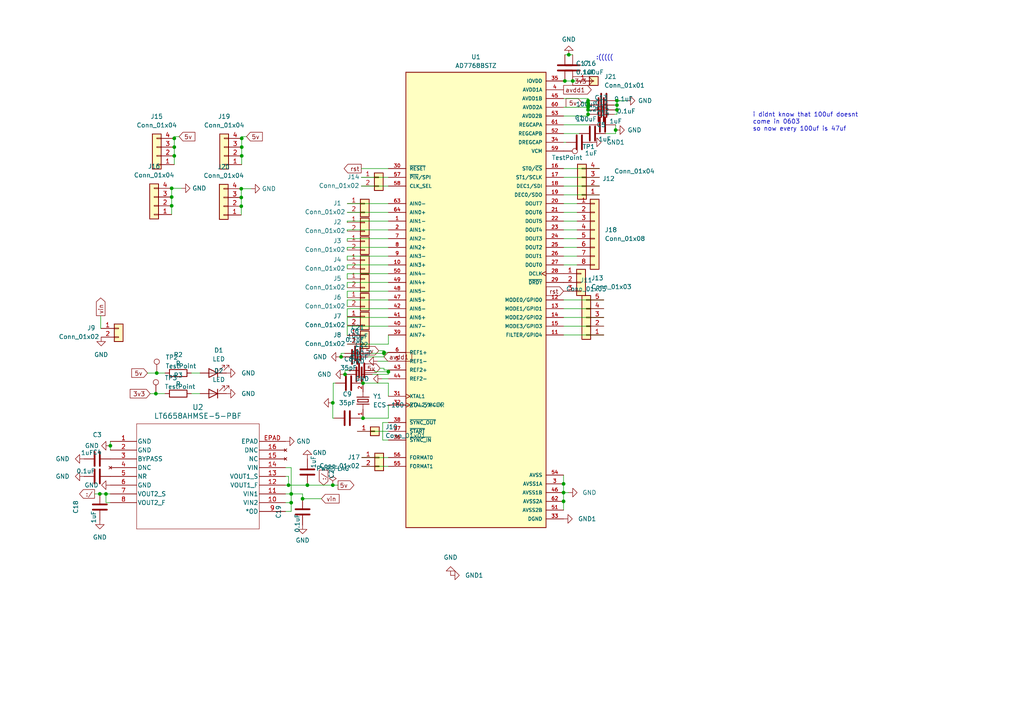
<source format=kicad_sch>
(kicad_sch (version 20230121) (generator eeschema)
  (paper "A4")
  (lib_symbols
    (symbol "Connector:TestPoint" (pin_numbers hide) (pin_names (offset 0.762) hide)
      (property "Reference" "TP" (at 0 6.858 0))
      (property "Value" "TestPoint" (at 0 5.08 0))
      (symbol "TestPoint_0_1"
        (circle (center 0 3.302) (radius 0.762))
      )
      (symbol "TestPoint_1_1"
        (pin passive line (at 0 0 90) (length 2.54) (name "1") (number "1"))
      )
    )
    (symbol "Connector_Generic:Conn_01x01" (pin_names (offset 1.016) hide)
      (property "Reference" "J" (at 0 2.54 0))
      (property "Value" "Conn_01x01" (at 0 -2.54 0))
      (symbol "Conn_01x01_1_1"
        (rectangle (start -1.27 0.127) (end 0 -0.127) (stroke (width 0.1524)))
        (rectangle (start -1.27 1.27) (end 1.27 -1.27) (stroke (width 0.254)) (fill (type background)))
        (pin passive line (at -5.08 0 0) (length 3.81) (name "Pin_1") (number "1"))
      )
    )
    (symbol "Connector_Generic:Conn_01x02" (pin_names (offset 1.016) hide)
      (property "Reference" "J" (at 0 2.54 0))
      (property "Value" "Conn_01x02" (at 0 -5.08 0))
      (symbol "Conn_01x02_1_1"
        (rectangle (start -1.27 -2.413) (end 0 -2.667) (stroke (width 0.1524)))
        (rectangle (start -1.27 0.127) (end 0 -0.127) (stroke (width 0.1524)))
        (rectangle (start -1.27 1.27) (end 1.27 -3.81) (stroke (width 0.254)) (fill (type background)))
        (pin passive line (at -5.08 0 0) (length 3.81) (name "Pin_1") (number "1"))
        (pin passive line (at -5.08 -2.54 0) (length 3.81) (name "Pin_2") (number "2"))
      )
    )
    (symbol "Connector_Generic:Conn_01x03" (pin_names (offset 1.016) hide)
      (property "Reference" "J" (at 0 5.08 0))
      (property "Value" "Conn_01x03" (at 0 -5.08 0))
      (symbol "Conn_01x03_1_1"
        (rectangle (start -1.27 -2.413) (end 0 -2.667) (stroke (width 0.1524)))
        (rectangle (start -1.27 0.127) (end 0 -0.127) (stroke (width 0.1524)))
        (rectangle (start -1.27 2.667) (end 0 2.413) (stroke (width 0.1524)))
        (rectangle (start -1.27 3.81) (end 1.27 -3.81) (stroke (width 0.254)) (fill (type background)))
        (pin passive line (at -5.08 2.54 0) (length 3.81) (name "Pin_1") (number "1"))
        (pin passive line (at -5.08 0 0) (length 3.81) (name "Pin_2") (number "2"))
        (pin passive line (at -5.08 -2.54 0) (length 3.81) (name "Pin_3") (number "3"))
      )
    )
    (symbol "Connector_Generic:Conn_01x04" (pin_names (offset 1.016) hide)
      (property "Reference" "J" (at 0 5.08 0))
      (property "Value" "Conn_01x04" (at 0 -7.62 0))
      (symbol "Conn_01x04_1_1"
        (rectangle (start -1.27 -4.953) (end 0 -5.207) (stroke (width 0.1524)))
        (rectangle (start -1.27 -2.413) (end 0 -2.667) (stroke (width 0.1524)))
        (rectangle (start -1.27 0.127) (end 0 -0.127) (stroke (width 0.1524)))
        (rectangle (start -1.27 2.667) (end 0 2.413) (stroke (width 0.1524)))
        (rectangle (start -1.27 3.81) (end 1.27 -6.35) (stroke (width 0.254)) (fill (type background)))
        (pin passive line (at -5.08 2.54 0) (length 3.81) (name "Pin_1") (number "1"))
        (pin passive line (at -5.08 0 0) (length 3.81) (name "Pin_2") (number "2"))
        (pin passive line (at -5.08 -2.54 0) (length 3.81) (name "Pin_3") (number "3"))
        (pin passive line (at -5.08 -5.08 0) (length 3.81) (name "Pin_4") (number "4"))
      )
    )
    (symbol "Connector_Generic:Conn_01x05" (pin_names (offset 1.016) hide)
      (property "Reference" "J" (at 0 7.62 0))
      (property "Value" "Conn_01x05" (at 0 -7.62 0))
      (symbol "Conn_01x05_1_1"
        (rectangle (start -1.27 -4.953) (end 0 -5.207) (stroke (width 0.1524)))
        (rectangle (start -1.27 -2.413) (end 0 -2.667) (stroke (width 0.1524)))
        (rectangle (start -1.27 0.127) (end 0 -0.127) (stroke (width 0.1524)))
        (rectangle (start -1.27 2.667) (end 0 2.413) (stroke (width 0.1524)))
        (rectangle (start -1.27 5.207) (end 0 4.953) (stroke (width 0.1524)))
        (rectangle (start -1.27 6.35) (end 1.27 -6.35) (stroke (width 0.254)) (fill (type background)))
        (pin passive line (at -5.08 5.08 0) (length 3.81) (name "Pin_1") (number "1"))
        (pin passive line (at -5.08 2.54 0) (length 3.81) (name "Pin_2") (number "2"))
        (pin passive line (at -5.08 0 0) (length 3.81) (name "Pin_3") (number "3"))
        (pin passive line (at -5.08 -2.54 0) (length 3.81) (name "Pin_4") (number "4"))
        (pin passive line (at -5.08 -5.08 0) (length 3.81) (name "Pin_5") (number "5"))
      )
    )
    (symbol "Connector_Generic:Conn_01x08" (pin_names (offset 1.016) hide)
      (property "Reference" "J" (at 0 10.16 0))
      (property "Value" "Conn_01x08" (at 0 -12.7 0))
      (symbol "Conn_01x08_1_1"
        (rectangle (start -1.27 -10.033) (end 0 -10.287) (stroke (width 0.1524)))
        (rectangle (start -1.27 -7.493) (end 0 -7.747) (stroke (width 0.1524)))
        (rectangle (start -1.27 -4.953) (end 0 -5.207) (stroke (width 0.1524)))
        (rectangle (start -1.27 -2.413) (end 0 -2.667) (stroke (width 0.1524)))
        (rectangle (start -1.27 0.127) (end 0 -0.127) (stroke (width 0.1524)))
        (rectangle (start -1.27 2.667) (end 0 2.413) (stroke (width 0.1524)))
        (rectangle (start -1.27 5.207) (end 0 4.953) (stroke (width 0.1524)))
        (rectangle (start -1.27 7.747) (end 0 7.493) (stroke (width 0.1524)))
        (rectangle (start -1.27 8.89) (end 1.27 -11.43) (stroke (width 0.254)) (fill (type background)))
        (pin passive line (at -5.08 7.62 0) (length 3.81) (name "Pin_1") (number "1"))
        (pin passive line (at -5.08 5.08 0) (length 3.81) (name "Pin_2") (number "2"))
        (pin passive line (at -5.08 2.54 0) (length 3.81) (name "Pin_3") (number "3"))
        (pin passive line (at -5.08 0 0) (length 3.81) (name "Pin_4") (number "4"))
        (pin passive line (at -5.08 -2.54 0) (length 3.81) (name "Pin_5") (number "5"))
        (pin passive line (at -5.08 -5.08 0) (length 3.81) (name "Pin_6") (number "6"))
        (pin passive line (at -5.08 -7.62 0) (length 3.81) (name "Pin_7") (number "7"))
        (pin passive line (at -5.08 -10.16 0) (length 3.81) (name "Pin_8") (number "8"))
      )
    )
    (symbol "Device:C" (pin_numbers hide) (pin_names (offset 0.254))
      (property "Reference" "C" (at 0.635 2.54 0))
      (property "Value" "C" (at 0.635 -2.54 0))
      (symbol "C_0_1"
        (polyline (pts (xy -2.032 -0.762) (xy 2.032 -0.762)) (stroke (width 0.508)))
        (polyline (pts (xy -2.032 0.762) (xy 2.032 0.762)) (stroke (width 0.508)))
      )
      (symbol "C_1_1"
        (pin passive line (at 0 3.81 270) (length 2.794) (name "~") (number "1"))
        (pin passive line (at 0 -3.81 90) (length 2.794) (name "~") (number "2"))
      )
    )
    (symbol "Device:LED" (pin_numbers hide) (pin_names (offset 1.016) hide)
      (property "Reference" "D" (at 0 2.54 0))
      (property "Value" "LED" (at 0 -2.54 0))
      (symbol "LED_0_1"
        (polyline (pts (xy -1.27 -1.27) (xy -1.27 1.27)) (stroke (width 0.254)))
        (polyline (pts (xy -1.27 0) (xy 1.27 0)))
        (polyline (pts (xy 1.27 -1.27) (xy 1.27 1.27) (xy -1.27 0) (xy 1.27 -1.27)) (stroke (width 0.254)))
        (polyline (pts (xy -3.048 -0.762) (xy -4.572 -2.286) (xy -3.81 -2.286) (xy -4.572 -2.286) (xy -4.572 -1.524)))
        (polyline (pts (xy -1.778 -0.762) (xy -3.302 -2.286) (xy -2.54 -2.286) (xy -3.302 -2.286) (xy -3.302 -1.524)))
      )
      (symbol "LED_1_1"
        (pin passive line (at -3.81 0 0) (length 2.54) (name "K") (number "1"))
        (pin passive line (at 3.81 0 180) (length 2.54) (name "A") (number "2"))
      )
    )
    (symbol "Device:R" (pin_numbers hide) (pin_names (offset 0))
      (property "Reference" "R" (at 2.032 0 90))
      (property "Value" "R" (at 0 0 90))
      (symbol "R_0_1"
        (rectangle (start -1.016 -2.54) (end 1.016 2.54) (stroke (width 0.254)))
      )
      (symbol "R_1_1"
        (pin passive line (at 0 3.81 270) (length 1.27) (name "~") (number "1"))
        (pin passive line (at 0 -3.81 90) (length 1.27) (name "~") (number "2"))
      )
    )
    (symbol "mainbox:AD7768BSTZ" (pin_names (offset 1.016))
      (property "Reference" "U" (at -20.32 68.58 0))
      (property "Value" "AD7768BSTZ" (at -20.32 -68.58 0))
      (symbol "AD7768BSTZ_0_0"
        (rectangle (start -20.32 -66.04) (end 20.32 66.04) (stroke (width 0.254)) (fill (type background)))
        (pin input line (at -25.4 22.86 0) (length 5.08) (name "AIN1-") (number "1"))
        (pin input line (at -25.4 10.16 0) (length 5.08) (name "AIN3+") (number "10"))
        (pin bidirectional line (at 25.4 -10.16 180) (length 5.08) (name "FILTER/GPIO4") (number "11"))
        (pin bidirectional line (at 25.4 0 180) (length 5.08) (name "MODE0/GPIO0") (number "12"))
        (pin bidirectional line (at 25.4 -2.54 180) (length 5.08) (name "MODE1/GPIO1") (number "13"))
        (pin bidirectional line (at 25.4 -5.08 180) (length 5.08) (name "MODE2/GPIO2") (number "14"))
        (pin bidirectional line (at 25.4 -7.62 180) (length 5.08) (name "MODE3/GPIO3") (number "15"))
        (pin input line (at 25.4 38.1 180) (length 5.08) (name "ST0/~{CS}") (number "16"))
        (pin input line (at 25.4 35.56 180) (length 5.08) (name "ST1/SCLK") (number "17"))
        (pin input line (at 25.4 33.02 180) (length 5.08) (name "DEC1/SDI") (number "18"))
        (pin bidirectional line (at 25.4 30.48 180) (length 5.08) (name "DEC0/SDO") (number "19"))
        (pin input line (at -25.4 20.32 0) (length 5.08) (name "AIN1+") (number "2"))
        (pin bidirectional line (at 25.4 27.94 180) (length 5.08) (name "DOUT7") (number "20"))
        (pin bidirectional line (at 25.4 25.4 180) (length 5.08) (name "DOUT6") (number "21"))
        (pin output line (at 25.4 22.86 180) (length 5.08) (name "DOUT5") (number "22"))
        (pin output line (at 25.4 20.32 180) (length 5.08) (name "DOUT4") (number "23"))
        (pin output line (at 25.4 17.78 180) (length 5.08) (name "DOUT3") (number "24"))
        (pin output line (at 25.4 15.24 180) (length 5.08) (name "DOUT2") (number "25"))
        (pin output line (at 25.4 12.7 180) (length 5.08) (name "DOUT1") (number "26"))
        (pin output line (at 25.4 10.16 180) (length 5.08) (name "DOUT0") (number "27"))
        (pin output clock (at 25.4 7.62 180) (length 5.08) (name "DCLK") (number "28"))
        (pin output line (at 25.4 5.08 180) (length 5.08) (name "~{DRDY}") (number "29"))
        (pin power_in line (at 25.4 -53.34 180) (length 5.08) (name "AVSS1A") (number "3"))
        (pin input line (at -25.4 38.1 0) (length 5.08) (name "~{RESET}") (number "30"))
        (pin input clock (at -25.4 -27.94 0) (length 5.08) (name "XTAL1") (number "31"))
        (pin input clock (at -25.4 -30.48 0) (length 5.08) (name "XTAL2/MCLK") (number "32"))
        (pin power_in line (at 25.4 -63.5 180) (length 5.08) (name "DGND") (number "33"))
        (pin power_in line (at 25.4 45.72 180) (length 5.08) (name "DREGCAP") (number "34"))
        (pin power_in line (at 25.4 63.5 180) (length 5.08) (name "IOVDD") (number "35"))
        (pin input line (at -25.4 -40.64 0) (length 5.08) (name "~{SYNC_IN}") (number "36"))
        (pin input line (at -25.4 -38.1 0) (length 5.08) (name "~{START}") (number "37"))
        (pin output line (at -25.4 -35.56 0) (length 5.08) (name "~{SYNC_OUT}") (number "38"))
        (pin input line (at -25.4 -10.16 0) (length 5.08) (name "AIN7+") (number "39"))
        (pin power_in line (at 25.4 60.96 180) (length 5.08) (name "AVDD1A") (number "4"))
        (pin input line (at -25.4 -7.62 0) (length 5.08) (name "AIN7-") (number "40"))
        (pin input line (at -25.4 -5.08 0) (length 5.08) (name "AIN6+") (number "41"))
        (pin input line (at -25.4 -2.54 0) (length 5.08) (name "AIN6-") (number "42"))
        (pin input line (at -25.4 -20.32 0) (length 5.08) (name "REF2+") (number "43"))
        (pin input line (at -25.4 -22.86 0) (length 5.08) (name "REF2-") (number "44"))
        (pin power_in line (at 25.4 58.42 180) (length 5.08) (name "AVDD1B") (number "45"))
        (pin power_in line (at 25.4 -55.88 180) (length 5.08) (name "AVSS1B") (number "46"))
        (pin input line (at -25.4 0 0) (length 5.08) (name "AIN5+") (number "47"))
        (pin input line (at -25.4 2.54 0) (length 5.08) (name "AIN5-") (number "48"))
        (pin input line (at -25.4 5.08 0) (length 5.08) (name "AIN4+") (number "49"))
        (pin input line (at -25.4 -17.78 0) (length 5.08) (name "REF1-") (number "5"))
        (pin input line (at -25.4 7.62 0) (length 5.08) (name "AIN4-") (number "50"))
        (pin power_in line (at 25.4 -60.96 180) (length 5.08) (name "AVSS2B") (number "51"))
        (pin power_in line (at 25.4 48.26 180) (length 5.08) (name "REGCAPB") (number "52"))
        (pin power_in line (at 25.4 53.34 180) (length 5.08) (name "AVDD2B") (number "53"))
        (pin power_in line (at 25.4 -50.8 180) (length 5.08) (name "AVSS") (number "54"))
        (pin input line (at -25.4 -48.26 0) (length 5.08) (name "FORMAT1") (number "55"))
        (pin input line (at -25.4 -45.72 0) (length 5.08) (name "FORMAT0") (number "56"))
        (pin input line (at -25.4 35.56 0) (length 5.08) (name "~{PIN}/SPI") (number "57"))
        (pin input line (at -25.4 33.02 0) (length 5.08) (name "CLK_SEL") (number "58"))
        (pin power_in line (at 25.4 43.18 180) (length 5.08) (name "VCM") (number "59"))
        (pin input line (at -25.4 -15.24 0) (length 5.08) (name "REF1+") (number "6"))
        (pin power_in line (at 25.4 55.88 180) (length 5.08) (name "AVDD2A") (number "60"))
        (pin power_in line (at 25.4 50.8 180) (length 5.08) (name "REGCAPA") (number "61"))
        (pin power_in line (at 25.4 -58.42 180) (length 5.08) (name "AVSS2A") (number "62"))
        (pin input line (at -25.4 27.94 0) (length 5.08) (name "AIN0-") (number "63"))
        (pin input line (at -25.4 25.4 0) (length 5.08) (name "AIN0+") (number "64"))
        (pin input line (at -25.4 17.78 0) (length 5.08) (name "AIN2-") (number "7"))
        (pin input line (at -25.4 15.24 0) (length 5.08) (name "AIN2+") (number "8"))
        (pin input line (at -25.4 12.7 0) (length 5.08) (name "AIN3-") (number "9"))
      )
    )
    (symbol "mainbox:ECS-160-20-3X-TR" (pin_names (offset 1.016))
      (property "Reference" "Y" (at -5.0952 2.5476 0))
      (property "Value" "ECS-160-20-3X-TR" (at -5.0914 -3.8186 0))
      (symbol "ECS-160-20-3X-TR_0_0"
        (polyline (pts (xy -2.54 0) (xy -1.016 0)) (stroke (width 0.1524)))
        (polyline (pts (xy -1.016 1.778) (xy -1.016 -1.778)) (stroke (width 0.254)))
        (polyline (pts (xy -0.381 -1.524) (xy 0.381 -1.524)) (stroke (width 0.254)))
        (polyline (pts (xy -0.381 1.524) (xy -0.381 -1.524)) (stroke (width 0.254)))
        (polyline (pts (xy 0.381 -1.524) (xy 0.381 1.524)) (stroke (width 0.254)))
        (polyline (pts (xy 0.381 1.524) (xy -0.381 1.524)) (stroke (width 0.254)))
        (polyline (pts (xy 1.016 0) (xy 2.54 0)) (stroke (width 0.1524)))
        (polyline (pts (xy 1.016 1.778) (xy 1.016 -1.778)) (stroke (width 0.254)))
        (pin passive line (at -5.08 0 0) (length 2.54) (name "~") (number "1"))
        (pin passive line (at 5.08 0 180) (length 2.54) (name "~") (number "2"))
      )
    )
    (symbol "mainbox:LT6658AHMSE-5-PBF" (pin_names (offset 0.254))
      (property "Reference" "U" (at 25.4 10.16 0))
      (property "Value" "LT6658AHMSE-5-PBF" (at 25.4 7.62 0))
      (symbol "LT6658AHMSE-5-PBF_0_1"
        (polyline (pts (xy 7.62 -25.4) (xy 43.18 -25.4)) (stroke (width 0.127)))
        (polyline (pts (xy 7.62 5.08) (xy 7.62 -25.4)) (stroke (width 0.127)))
        (polyline (pts (xy 43.18 -25.4) (xy 43.18 5.08)) (stroke (width 0.127)))
        (polyline (pts (xy 43.18 5.08) (xy 7.62 5.08)) (stroke (width 0.127)))
        (pin power_in line (at 0 0 0) (length 7.62) (name "GND") (number "1"))
        (pin input line (at 50.8 -17.78 180) (length 7.62) (name "VIN2") (number "10"))
        (pin input line (at 50.8 -15.24 180) (length 7.62) (name "VIN1") (number "11"))
        (pin output line (at 50.8 -12.7 180) (length 7.62) (name "VOUT1_F") (number "12"))
        (pin output line (at 50.8 -10.16 180) (length 7.62) (name "VOUT1_S") (number "13"))
        (pin input line (at 50.8 -7.62 180) (length 7.62) (name "VIN") (number "14"))
        (pin no_connect line (at 50.8 -5.08 180) (length 7.62) (name "NC") (number "15"))
        (pin no_connect line (at 50.8 -2.54 180) (length 7.62) (name "DNC") (number "16"))
        (pin power_in line (at 0 -2.54 0) (length 7.62) (name "GND") (number "2"))
        (pin unspecified line (at 0 -5.08 0) (length 7.62) (name "BYPASS") (number "3"))
        (pin no_connect line (at 0 -7.62 0) (length 7.62) (name "DNC") (number "4"))
        (pin unspecified line (at 0 -10.16 0) (length 7.62) (name "NR") (number "5"))
        (pin power_in line (at 0 -12.7 0) (length 7.62) (name "GND") (number "6"))
        (pin output line (at 0 -15.24 0) (length 7.62) (name "VOUT2_S") (number "7"))
        (pin output line (at 0 -17.78 0) (length 7.62) (name "VOUT2_F") (number "8"))
        (pin output line (at 50.8 -20.32 180) (length 7.62) (name "*OD") (number "9"))
        (pin unspecified line (at 50.8 0 180) (length 7.62) (name "EPAD") (number "EPAD"))
      )
    )
    (symbol "power:GND" (power) (pin_names (offset 0))
      (property "Value" "GND" (at 0 -3.81 0))
      (symbol "GND_0_1"
        (polyline (pts (xy 0 0) (xy 0 -1.27) (xy 1.27 -1.27) (xy 0 -2.54) (xy -1.27 -1.27) (xy 0 -1.27)))
      )
      (symbol "GND_1_1"
        (pin power_in line (at 0 0 270) (length 0) hide (name "GND") (number "1"))
      )
    )
    (symbol "power:GND1" (power) (pin_names (offset 0))
      (property "Value" "GND1" (at 0 -3.81 0))
      (symbol "GND1_0_1"
        (polyline (pts (xy 0 0) (xy 0 -1.27) (xy 1.27 -1.27) (xy 0 -2.54) (xy -1.27 -1.27) (xy 0 -1.27)))
      )
      (symbol "GND1_1_1"
        (pin power_in line (at 0 0 270) (length 0) hide (name "GND1") (number "1"))
      )
    )
    (symbol "power:PWR_FLAG" (power) (pin_numbers hide) (pin_names (offset 0) hide)
      (property "Value" "PWR_FLAG" (at 0 3.81 0))
      (symbol "PWR_FLAG_0_0"
        (pin power_out line (at 0 0 90) (length 0) (name "pwr") (number "1"))
      )
      (symbol "PWR_FLAG_0_1"
        (polyline (pts (xy 0 0) (xy 0 1.27) (xy -1.016 1.905) (xy 0 2.54) (xy 1.016 1.905) (xy 0 1.27)))
      )
    )
  )
  (junction (at 28.956 143.256))
  (junction (at 163.449 145.415))
  (junction (at 178.943 30.48))
  (junction (at 178.562 37.719))
  (junction (at 83.693 140.716))
  (junction (at 84.455 145.796))
  (junction (at 50.546 40.132))
  (junction (at 45.212 114.173))
  (junction (at 163.83 23.495))
  (junction (at 164.973 15.875))
  (junction (at 50.546 45.212))
  (junction (at 30.734 143.256))
  (junction (at 178.943 29.21))
  (junction (at 112.649 107.823))
  (junction (at 50.546 42.672))
  (junction (at 178.943 31.877))
  (junction (at 170.561 29.845))
  (junction (at 69.977 57.277))
  (junction (at 170.561 31.877))
  (junction (at 69.977 59.817))
  (junction (at 87.757 144.653))
  (junction (at 84.455 143.256))
  (junction (at 49.784 54.61))
  (junction (at 170.561 30.48))
  (junction (at 105.283 121.285))
  (junction (at 163.449 142.875))
  (junction (at 32.004 129.286))
  (junction (at 98.933 103.505))
  (junction (at 170.561 29.21))
  (junction (at 111.379 102.235))
  (junction (at 170.561 33.147))
  (junction (at 49.784 59.69))
  (junction (at 111.379 102.489))
  (junction (at 166.116 23.495))
  (junction (at 70.104 40.132))
  (junction (at 105.283 111.125))
  (junction (at 96.52 116.84))
  (junction (at 70.104 42.672))
  (junction (at 45.466 108.204))
  (junction (at 69.977 54.737))
  (junction (at 170.561 31.115))
  (junction (at 49.784 57.15))
  (junction (at 163.449 140.335))
  (junction (at 89.154 140.716))
  (junction (at 70.104 45.212))
  (junction (at 96.52 140.716))
  (junction (at 100.076 108.585))
  (wire (pts (xy 173.863 56.515) (xy 163.449 56.515)))
  (wire (pts (xy 178.562 38.735) (xy 178.562 37.719)))
  (wire (pts (xy 96.52 116.84) (xy 96.52 121.285)))
  (wire (pts (xy 168.783 29.845) (xy 170.561 29.845)))
  (wire (pts (xy 104.902 132.715) (xy 112.649 132.715)))
  (wire (pts (xy 112.649 84.455) (xy 100.711 84.455)))
  (wire (pts (xy 100.711 79.375) (xy 100.711 80.899)))
  (wire (pts (xy 112.649 99.822) (xy 112.649 97.155)))
  (wire (pts (xy 109.855 101.727) (xy 111.379 101.727)))
  (wire (pts (xy 30.734 143.256) (xy 32.004 143.256)))
  (wire (pts (xy 112.649 108.585) (xy 112.649 107.823)))
  (wire (pts (xy 170.561 31.115) (xy 163.449 31.115)))
  (wire (pts (xy 100.711 81.915) (xy 100.711 83.439)))
  (wire (pts (xy 163.449 140.335) (xy 163.449 142.875)))
  (wire (pts (xy 100.711 66.675) (xy 100.711 67.056)))
  (wire (pts (xy 100.711 59.055) (xy 112.649 59.055)))
  (wire (pts (xy 178.943 31.877) (xy 178.943 33.147)))
  (wire (pts (xy 163.449 137.795) (xy 163.449 140.335)))
  (wire (pts (xy 163.449 142.875) (xy 163.449 145.415)))
  (wire (pts (xy 84.455 148.336) (xy 82.804 148.336)))
  (wire (pts (xy 112.649 69.215) (xy 100.711 69.215)))
  (wire (pts (xy 82.804 140.716) (xy 83.693 140.716)))
  (wire (pts (xy 163.449 28.575) (xy 170.561 28.575)))
  (wire (pts (xy 100.711 94.361) (xy 100.711 92.075)))
  (wire (pts (xy 96.647 116.84) (xy 96.52 116.84)))
  (wire (pts (xy 170.561 31.877) (xy 170.561 33.147)))
  (wire (pts (xy 163.83 15.875) (xy 164.973 15.875)))
  (wire (pts (xy 84.455 135.636) (xy 82.804 135.636)))
  (wire (pts (xy 30.734 145.796) (xy 30.734 143.256)))
  (wire (pts (xy 101.092 107.442) (xy 100.076 107.442)))
  (wire (pts (xy 49.784 54.61) (xy 52.578 54.61)))
  (wire (pts (xy 112.649 79.375) (xy 100.711 79.375)))
  (wire (pts (xy 112.649 81.915) (xy 100.711 81.915)))
  (wire (pts (xy 69.977 57.277) (xy 69.977 59.817)))
  (wire (pts (xy 164.973 15.875) (xy 166.116 15.875)))
  (wire (pts (xy 100.711 99.822) (xy 112.649 99.822)))
  (wire (pts (xy 49.784 59.69) (xy 49.784 62.23)))
  (wire (pts (xy 166.116 23.495) (xy 163.83 23.495)))
  (wire (pts (xy 58.039 114.173) (xy 55.499 114.173)))
  (wire (pts (xy 170.561 29.21) (xy 171.323 29.21)))
  (wire (pts (xy 178.943 29.21) (xy 181.61 29.21)))
  (wire (pts (xy 87.757 144.653) (xy 93.218 144.653)))
  (wire (pts (xy 111.379 106.807) (xy 111.379 107.315)))
  (wire (pts (xy 69.977 54.737) (xy 69.977 57.277)))
  (wire (pts (xy 84.455 145.796) (xy 84.455 143.256)))
  (wire (pts (xy 70.104 40.132) (xy 70.104 39.624)))
  (wire (pts (xy 112.649 89.535) (xy 100.711 89.535)))
  (wire (pts (xy 107.95 108.585) (xy 112.649 108.585)))
  (wire (pts (xy 104.775 53.975) (xy 112.649 53.975)))
  (wire (pts (xy 50.546 40.132) (xy 50.546 39.624)))
  (wire (pts (xy 111.379 102.235) (xy 112.649 102.235)))
  (wire (pts (xy 112.649 71.755) (xy 100.711 71.755)))
  (wire (pts (xy 98.933 102.489) (xy 98.933 103.505)))
  (wire (pts (xy 98.679 103.505) (xy 98.933 103.505)))
  (wire (pts (xy 100.711 94.615) (xy 100.711 97.282)))
  (wire (pts (xy 83.693 138.176) (xy 83.693 140.716)))
  (wire (pts (xy 70.104 39.624) (xy 71.501 39.624)))
  (wire (pts (xy 104.775 48.895) (xy 112.649 48.895)))
  (wire (pts (xy 49.784 57.15) (xy 49.784 59.69)))
  (wire (pts (xy 45.212 114.173) (xy 47.879 114.173)))
  (wire (pts (xy 173.863 53.975) (xy 163.449 53.975)))
  (wire (pts (xy 100.711 64.135) (xy 100.711 64.516)))
  (wire (pts (xy 112.649 74.295) (xy 100.711 74.295)))
  (wire (pts (xy 50.546 42.672) (xy 50.546 45.212)))
  (wire (pts (xy 112.649 86.995) (xy 100.711 86.995)))
  (wire (pts (xy 42.799 108.204) (xy 45.466 108.204)))
  (wire (pts (xy 43.561 114.173) (xy 45.212 114.173)))
  (wire (pts (xy 170.561 28.575) (xy 170.561 29.21)))
  (wire (pts (xy 112.649 107.823) (xy 112.649 107.315)))
  (wire (pts (xy 107.569 102.489) (xy 111.379 102.489)))
  (wire (pts (xy 110.998 122.555) (xy 112.649 122.555)))
  (wire (pts (xy 87.757 143.256) (xy 87.757 144.653)))
  (wire (pts (xy 170.561 33.147) (xy 170.561 33.655)))
  (wire (pts (xy 163.449 89.535) (xy 175.133 89.535)))
  (wire (pts (xy 163.449 142.875) (xy 164.846 142.875)))
  (wire (pts (xy 167.386 76.835) (xy 163.449 76.835)))
  (wire (pts (xy 170.561 31.115) (xy 170.561 31.877)))
  (wire (pts (xy 112.649 64.135) (xy 100.711 64.135)))
  (wire (pts (xy 163.449 94.615) (xy 175.133 94.615)))
  (wire (pts (xy 96.647 111.125) (xy 96.647 116.84)))
  (wire (pts (xy 167.386 64.135) (xy 163.449 64.135)))
  (wire (pts (xy 104.775 51.435) (xy 112.649 51.435)))
  (wire (pts (xy 110.871 109.855) (xy 112.649 109.855)))
  (wire (pts (xy 104.521 121.285) (xy 105.283 121.285)))
  (wire (pts (xy 170.561 29.21) (xy 170.561 29.845)))
  (wire (pts (xy 173.863 51.435) (xy 163.449 51.435)))
  (wire (pts (xy 27.432 143.256) (xy 28.956 143.256)))
  (wire (pts (xy 112.649 127.635) (xy 110.998 127.635)))
  (wire (pts (xy 29.337 95.25) (xy 29.21 95.25)))
  (wire (pts (xy 100.711 84.455) (xy 100.711 86.36)))
  (wire (pts (xy 167.386 71.755) (xy 163.449 71.755)))
  (wire (pts (xy 178.943 30.48) (xy 178.943 31.877)))
  (wire (pts (xy 70.104 45.212) (xy 70.104 47.752)))
  (wire (pts (xy 96.647 111.125) (xy 97.282 111.125)))
  (wire (pts (xy 55.499 108.204) (xy 58.039 108.204)))
  (wire (pts (xy 84.455 143.256) (xy 82.804 143.256)))
  (wire (pts (xy 82.804 138.176) (xy 83.693 138.176)))
  (wire (pts (xy 105.283 111.125) (xy 112.649 111.125)))
  (wire (pts (xy 89.154 140.716) (xy 96.52 140.716)))
  (wire (pts (xy 50.546 45.212) (xy 50.546 47.752)))
  (wire (pts (xy 49.784 54.61) (xy 49.784 57.15)))
  (wire (pts (xy 100.711 71.755) (xy 100.711 72.517)))
  (wire (pts (xy 111.379 101.727) (xy 111.379 102.235)))
  (wire (pts (xy 111.379 107.315) (xy 112.649 107.315)))
  (wire (pts (xy 112.649 94.615) (xy 100.711 94.615)))
  (wire (pts (xy 112.649 121.285) (xy 112.649 117.475)))
  (wire (pts (xy 167.386 61.595) (xy 163.449 61.595)))
  (wire (pts (xy 100.711 74.295) (xy 100.711 75.438)))
  (wire (pts (xy 164.211 41.275) (xy 163.449 41.275)))
  (wire (pts (xy 168.021 38.735) (xy 163.449 38.735)))
  (wire (pts (xy 50.546 39.624) (xy 51.943 39.624)))
  (wire (pts (xy 84.455 143.256) (xy 84.455 135.636)))
  (wire (pts (xy 163.449 145.415) (xy 163.449 147.955)))
  (wire (pts (xy 105.283 121.285) (xy 112.649 121.285)))
  (wire (pts (xy 163.449 97.155) (xy 175.133 97.155)))
  (wire (pts (xy 99.949 108.585) (xy 100.076 108.585)))
  (wire (pts (xy 99.949 102.489) (xy 98.933 102.489)))
  (wire (pts (xy 70.104 40.132) (xy 70.104 42.672)))
  (wire (pts (xy 98.933 103.505) (xy 99.06 103.505)))
  (wire (pts (xy 170.942 36.195) (xy 163.449 36.195)))
  (wire (pts (xy 32.004 145.796) (xy 30.734 145.796)))
  (wire (pts (xy 108.712 107.823) (xy 108.712 107.442)))
  (wire (pts (xy 110.998 127.635) (xy 110.998 122.555)))
  (wire (pts (xy 178.181 30.48) (xy 178.943 30.48)))
  (wire (pts (xy 112.649 107.823) (xy 108.712 107.823)))
  (wire (pts (xy 69.977 59.817) (xy 69.977 62.357)))
  (wire (pts (xy 100.711 86.995) (xy 100.711 88.9)))
  (wire (pts (xy 112.649 76.835) (xy 100.711 76.835)))
  (wire (pts (xy 170.561 33.655) (xy 163.449 33.655)))
  (wire (pts (xy 178.181 33.147) (xy 178.943 33.147)))
  (wire (pts (xy 112.649 66.675) (xy 100.711 66.675)))
  (wire (pts (xy 100.711 76.835) (xy 100.711 77.978)))
  (wire (pts (xy 70.104 42.672) (xy 70.104 45.212)))
  (wire (pts (xy 112.649 111.125) (xy 112.649 114.935)))
  (wire (pts (xy 96.52 140.716) (xy 98.044 140.716)))
  (wire (pts (xy 167.386 69.215) (xy 163.449 69.215)))
  (wire (pts (xy 163.83 23.495) (xy 163.449 23.495)))
  (wire (pts (xy 167.386 66.675) (xy 163.449 66.675)))
  (wire (pts (xy 173.863 48.895) (xy 163.449 48.895)))
  (wire (pts (xy 32.004 129.286) (xy 32.004 130.556)))
  (wire (pts (xy 163.449 86.995) (xy 175.133 86.995)))
  (wire (pts (xy 96.52 121.285) (xy 96.901 121.285)))
  (wire (pts (xy 111.379 102.489) (xy 111.379 103.505)))
  (wire (pts (xy 32.004 128.016) (xy 32.004 129.286)))
  (wire (pts (xy 69.977 54.737) (xy 72.771 54.737)))
  (wire (pts (xy 178.562 37.719) (xy 178.562 36.195)))
  (wire (pts (xy 111.379 102.235) (xy 111.379 102.489)))
  (wire (pts (xy 45.466 108.204) (xy 47.879 108.204)))
  (wire (pts (xy 29.21 91.567) (xy 29.21 95.25)))
  (wire (pts (xy 84.455 148.336) (xy 84.455 145.796)))
  (wire (pts (xy 167.386 74.295) (xy 163.449 74.295)))
  (wire (pts (xy 83.693 140.716) (xy 89.154 140.716)))
  (wire (pts (xy 50.546 40.132) (xy 50.546 42.672)))
  (wire (pts (xy 100.711 69.215) (xy 100.711 69.977)))
  (wire (pts (xy 104.902 111.125) (xy 105.283 111.125)))
  (wire (pts (xy 100.076 107.442) (xy 100.076 108.585)))
  (wire (pts (xy 28.956 143.256) (xy 30.734 143.256)))
  (wire (pts (xy 100.076 108.585) (xy 100.33 108.585)))
  (wire (pts (xy 110.236 106.807) (xy 111.379 106.807)))
  (wire (pts (xy 167.386 59.055) (xy 163.449 59.055)))
  (wire (pts (xy 170.561 31.877) (xy 171.323 31.877)))
  (wire (pts (xy 175.641 38.735) (xy 178.562 38.735)))
  (wire (pts (xy 100.711 61.595) (xy 112.649 61.595)))
  (wire (pts (xy 163.449 92.075) (xy 175.133 92.075)))
  (wire (pts (xy 84.455 145.796) (xy 82.804 145.796)))
  (wire (pts (xy 104.902 135.255) (xy 112.649 135.255)))
  (wire (pts (xy 178.943 29.21) (xy 178.943 30.48)))
  (wire (pts (xy 106.68 103.505) (xy 111.379 103.505)))
  (wire (pts (xy 109.601 104.775) (xy 112.649 104.775)))
  (wire (pts (xy 170.561 29.845) (xy 170.561 30.48)))
  (wire (pts (xy 84.455 143.256) (xy 87.757 143.256)))
  (wire (pts (xy 170.561 30.48) (xy 170.561 31.115)))
  (wire (pts (xy 103.632 125.095) (xy 112.649 125.095)))
  (wire (pts (xy 100.711 89.535) (xy 100.711 91.821)))
  (wire (pts (xy 167.132 23.495) (xy 166.116 23.495)))
  (wire (pts (xy 100.711 92.075) (xy 112.649 92.075)))
  (text ":(((((" (at 172.847 17.526 0) (effects (font (size 1.27 1.27)) (justify left bottom)))
  (text "i didnt know that 100uf doesnt\ncome in 0603\nso now every 100uf is 47uf" (at 218.313 38.227 0) (effects (font (size 1.27 1.27)) (justify left bottom)))
  (global_label "5v" (shape input) (at 110.236 106.807 180) (property "Intersheetrefs" "${INTERSHEET_REFS}" (effects hide)))
  (global_label "avdd1" (shape output) (at 163.449 26.035 0) (property "Intersheetrefs" "${INTERSHEET_REFS}" (effects hide)))
  (global_label "5v" (shape input) (at 109.855 101.727 180) (property "Intersheetrefs" "${INTERSHEET_REFS}" (effects hide)))
  (global_label "5v" (shape input) (at 168.783 29.845 180) (property "Intersheetrefs" "${INTERSHEET_REFS}" (effects hide)))
  (global_label "5v" (shape input) (at 51.943 39.624 0) (property "Intersheetrefs" "${INTERSHEET_REFS}" (effects hide)))
  (global_label "vin" (shape input) (at 93.218 144.653 0) (property "Intersheetrefs" "${INTERSHEET_REFS}" (effects hide)))
  (global_label "rst" (shape input) (at 163.449 84.455 180) (property "Intersheetrefs" "${INTERSHEET_REFS}" (effects hide)))
  (global_label "5v" (shape input) (at 42.799 108.204 180) (property "Intersheetrefs" "${INTERSHEET_REFS}" (effects hide)))
  (global_label ":{slash}" (shape input) (at 93.853 140.716 90) (property "Intersheetrefs" "${INTERSHEET_REFS}" (effects hide)))
  (global_label ":{slash}" (shape output) (at 27.432 143.256 180) (property "Intersheetrefs" "${INTERSHEET_REFS}" (effects hide)))
  (global_label "vin" (shape output) (at 29.21 91.567 90) (property "Intersheetrefs" "${INTERSHEET_REFS}" (effects hide)))
  (global_label "3v3" (shape output) (at 166.116 23.495 0) (property "Intersheetrefs" "${INTERSHEET_REFS}" (effects hide)))
  (global_label "rst" (shape output) (at 104.775 48.895 180) (property "Intersheetrefs" "${INTERSHEET_REFS}" (effects hide)))
  (global_label "5v" (shape input) (at 71.501 39.624 0) (property "Intersheetrefs" "${INTERSHEET_REFS}" (effects hide)))
  (global_label "5v" (shape output) (at 98.044 140.716 0) (property "Intersheetrefs" "${INTERSHEET_REFS}" (effects hide)))
  (global_label "3v3" (shape input) (at 43.561 114.173 180) (property "Intersheetrefs" "${INTERSHEET_REFS}" (effects hide)))
  (global_label "avdd1" (shape input) (at 111.379 103.505 0) (property "Intersheetrefs" "${INTERSHEET_REFS}" (effects hide)))
  (symbol (lib_id "Device:C") (at 28.194 133.096 270) (unit 1)
    (property "Reference" "C3" (at 28.194 126.111 90))
    (property "Value" "1uF" (at 25.273 131.318 90))
    (property "Footprint" "Capacitor_SMD:C_0603_1608Metric" (effects hide))
  )
  (symbol (lib_id "power:GND") (at 181.61 29.21 90) (unit 1)
    (property "Reference" "#PWR015" (effects hide))
    (property "Value" "GND" (at 185.039 29.21 90) (effects (justify right)))
  )
  (symbol (lib_id "power:GND") (at 29.337 97.79 0) (unit 1)
    (property "Reference" "#PWR01" (effects hide))
    (property "Value" "GND" (at 29.337 102.87 0))
  )
  (symbol (lib_id "mainbox:AD7768BSTZ") (at 138.049 86.995 0) (unit 1)
    (property "Reference" "U1" (at 138.049 16.51 0))
    (property "Value" "AD7768BSTZ" (at 138.049 19.05 0))
    (property "Footprint" "mainboxfp:QFP50P1200X1200X160-64N" (effects hide))
    (property "PARTREV" "C" (effects hide))
    (property "STANDARD" "IPC-7351B" (effects hide))
    (property "MAXIMUM_PACKAGE_HEIGHT" "1.60mm" (effects hide))
    (property "MANUFACTURER" "Analog Devices" (effects hide))
  )
  (symbol (lib_id "power:GND") (at 24.384 138.176 270) (unit 1)
    (property "Reference" "#PWR06" (effects hide))
    (property "Value" "GND" (at 20.193 138.176 90) (effects (justify right)))
  )
  (symbol (lib_id "Connector:TestPoint") (at 45.466 108.204 0) (unit 1)
    (property "Reference" "TP2" (at 48.006 103.632 0) (effects (justify left)))
    (property "Value" "TestPoint" (at 48.006 106.172 0) (effects (justify left)))
    (property "Footprint" "TestPoint:TestPoint_Pad_1.5x1.5mm" (effects hide))
  )
  (symbol (lib_id "power:PWR_FLAG") (at 96.52 140.716 0) (unit 1)
    (property "Reference" "#FLG01" (effects hide))
    (property "Value" "PWR_FLAG" (at 96.52 135.89 0))
  )
  (symbol (lib_id "Connector_Generic:Conn_01x04") (at 64.897 59.817 180) (unit 1)
    (property "Reference" "J20" (at 64.897 48.387 0))
    (property "Value" "Conn_01x04" (at 64.897 50.927 0))
    (property "Footprint" "Connector_PinHeader_2.54mm:PinHeader_1x04_P2.54mm_Vertical" (effects hide))
  )
  (symbol (lib_id "Device:C") (at 28.194 138.176 270) (unit 1)
    (property "Reference" "C4" (at 28.194 131.191 90))
    (property "Value" "0.1uF" (at 24.892 136.652 90))
    (property "Footprint" "Capacitor_SMD:C_0603_1608Metric" (effects hide))
  )
  (symbol (lib_id "Device:R") (at 51.689 108.204 90) (unit 1)
    (property "Reference" "R2" (at 51.689 102.87 90))
    (property "Value" "R" (at 51.689 105.41 90))
    (property "Footprint" "Resistor_SMD:R_0603_1608Metric" (effects hide))
  )
  (symbol (lib_id "power:GND1") (at 171.831 41.275 90) (unit 1)
    (property "Reference" "#PWR02" (effects hide))
    (property "Value" "GND1" (at 175.895 41.275 90) (effects (justify right)))
  )
  (symbol (lib_id "Connector_Generic:Conn_01x04") (at 45.466 45.212 180) (unit 1)
    (property "Reference" "J15" (at 45.466 33.782 0))
    (property "Value" "Conn_01x04" (at 45.466 36.322 0))
    (property "Footprint" "Connector_PinHeader_2.54mm:PinHeader_1x04_P2.54mm_Vertical" (effects hide))
  )
  (symbol (lib_id "Connector_Generic:Conn_01x02") (at 105.791 59.055 0) (unit 1)
    (property "Reference" "J1" (at 96.647 58.928 0) (effects (justify left)))
    (property "Value" "Conn_01x02" (at 88.392 61.468 0) (effects (justify left)))
    (property "Footprint" "Connector_PinHeader_2.54mm:PinHeader_1x02_P2.54mm_Vertical" (effects hide))
  )
  (symbol (lib_id "Device:C") (at 171.831 38.735 90) (unit 1)
    (property "Reference" "C2" (at 171.831 31.623 90))
    (property "Value" "1uF" (at 175.387 40.386 90))
    (property "Footprint" "Capacitor_SMD:C_0603_1608Metric" (effects hide))
  )
  (symbol (lib_id "power:GND") (at 52.578 54.61 90) (unit 1)
    (property "Reference" "#PWR014" (effects hide))
    (property "Value" "GND" (at 55.753 54.61 90) (effects (justify right)))
  )
  (symbol (lib_id "Connector_Generic:Conn_01x02") (at 109.855 51.435 0) (unit 1)
    (property "Reference" "J14" (at 100.711 51.308 0) (effects (justify left)))
    (property "Value" "Conn_01x02" (at 92.456 53.848 0) (effects (justify left)))
    (property "Footprint" "Connector_PinHeader_2.54mm:PinHeader_1x02_P2.54mm_Vertical" (effects hide))
  )
  (symbol (lib_id "Connector_Generic:Conn_01x01") (at 108.712 125.095 0) (unit 1)
    (property "Reference" "J10" (at 111.76 123.825 0) (effects (justify left)))
    (property "Value" "Conn_01x01" (at 111.76 126.365 0) (effects (justify left)))
    (property "Footprint" "Connector_PinHeader_2.54mm:PinHeader_1x01_P2.54mm_Vertical" (effects hide))
  )
  (symbol (lib_id "Connector:TestPoint") (at 45.212 114.173 0) (unit 1)
    (property "Reference" "TP3" (at 47.752 109.601 0) (effects (justify left)))
    (property "Value" "TestPoint" (at 47.752 112.141 0) (effects (justify left)))
    (property "Footprint" "TestPoint:TestPoint_Pad_1.5x1.5mm" (effects hide))
  )
  (symbol (lib_id "Device:C") (at 174.752 36.195 90) (unit 1)
    (property "Reference" "C5" (at 174.371 36.195 90))
    (property "Value" "1uF" (at 178.562 35.179 90))
    (property "Footprint" "Capacitor_SMD:C_0603_1608Metric" (effects hide))
  )
  (symbol (lib_id "Connector_Generic:Conn_01x02") (at 105.791 91.821 0) (unit 1)
    (property "Reference" "J7" (at 96.647 91.694 0) (effects (justify left)))
    (property "Value" "Conn_01x02" (at 88.392 94.234 0) (effects (justify left)))
    (property "Footprint" "Connector_PinHeader_2.54mm:PinHeader_1x02_P2.54mm_Vertical" (effects hide))
  )
  (symbol (lib_id "Device:C") (at 175.133 29.21 90) (unit 1)
    (property "Reference" "C13" (at 174.371 28.321 90))
    (property "Value" "0.1uF" (at 180.848 28.702 90))
    (property "Footprint" "Capacitor_SMD:C_0603_1608Metric" (effects hide))
  )
  (symbol (lib_id "power:GND") (at 32.004 140.716 270) (unit 1)
    (property "Reference" "#PWR019" (effects hide))
    (property "Value" "GND" (at 28.575 140.716 90) (effects (justify right)))
  )
  (symbol (lib_id "Connector_Generic:Conn_01x03") (at 168.529 81.915 0) (unit 1)
    (property "Reference" "J13" (at 171.45 80.645 0) (effects (justify left)))
    (property "Value" "Conn_01x03" (at 171.45 83.185 0) (effects (justify left)))
    (property "Footprint" "Connector_PinHeader_2.54mm:PinHeader_1x03_P2.54mm_Vertical" (effects hide))
  )
  (symbol (lib_id "Connector_Generic:Conn_01x02") (at 105.791 80.899 0) (unit 1)
    (property "Reference" "J5" (at 96.647 80.772 0) (effects (justify left)))
    (property "Value" "Conn_01x02" (at 88.392 83.312 0) (effects (justify left)))
    (property "Footprint" "Connector_PinHeader_2.54mm:PinHeader_1x02_P2.54mm_Vertical" (effects hide))
  )
  (symbol (lib_id "Device:C") (at 168.021 41.275 90) (unit 1)
    (property "Reference" "C1" (at 168.021 34.163 90))
    (property "Value" "1uF" (at 171.45 44.45 90))
    (property "Footprint" "Capacitor_SMD:C_0603_1608Metric" (effects hide))
  )
  (symbol (lib_id "Device:LED") (at 61.849 114.173 180) (unit 1)
    (property "Reference" "D2" (at 63.4365 107.569 0))
    (property "Value" "LED" (at 63.4365 110.109 0))
    (property "Footprint" "Diode_SMD:D_0402_1005Metric" (effects hide))
  )
  (symbol (lib_id "power:GND") (at 82.804 128.016 90) (unit 1)
    (property "Reference" "#PWR021" (effects hide))
    (property "Value" "GND" (at 85.979 128.016 90) (effects (justify right)))
  )
  (symbol (lib_id "power:GND") (at 110.871 109.855 270) (unit 1)
    (property "Reference" "#PWR010" (effects hide))
    (property "Value" "GND" (at 107.061 109.855 90) (effects (justify right)))
  )
  (symbol (lib_id "Connector_Generic:Conn_01x01") (at 172.212 23.495 0) (unit 1)
    (property "Reference" "J21" (at 175.26 22.225 0) (effects (justify left)))
    (property "Value" "Conn_01x01" (at 175.26 24.765 0) (effects (justify left)))
    (property "Footprint" "Connector_PinHeader_2.54mm:PinHeader_1x01_P2.54mm_Vertical" (effects hide))
  )
  (symbol (lib_id "power:GND") (at 87.757 152.273 0) (unit 1)
    (property "Reference" "#PWR022" (effects hide))
    (property "Value" "GND" (at 87.757 156.718 0))
  )
  (symbol (lib_id "power:GND") (at 89.154 133.096 180) (unit 1)
    (property "Reference" "#PWR023" (effects hide))
    (property "Value" "GND" (at 92.71 131.318 0))
  )
  (symbol (lib_id "Connector_Generic:Conn_01x02") (at 109.982 132.715 0) (unit 1)
    (property "Reference" "J17" (at 100.838 132.588 0) (effects (justify left)))
    (property "Value" "Conn_01x02" (at 92.583 135.128 0) (effects (justify left)))
    (property "Footprint" "Connector_PinHeader_2.54mm:PinHeader_1x02_P2.54mm_Vertical" (effects hide))
  )
  (symbol (lib_id "mainbox:ECS-160-20-3X-TR") (at 105.283 116.205 90) (unit 1)
    (property "Reference" "Y1" (at 108.204 114.935 90) (effects (justify right)))
    (property "Value" "ECS-160-20-3X-TR" (at 108.204 117.475 90) (effects (justify right)))
    (property "Footprint" "mainboxfp:XTAL_ECS-160-20-3X-TR" (effects hide))
    (property "PARTREV" "2017" (effects hide))
    (property "MANUFACTURER" "ECS INC." (effects hide))
    (property "STANDARD" "Manufacturer recommendations" (effects hide))
  )
  (symbol (lib_id "mainbox:LT6658AHMSE-5-PBF") (at 32.004 128.016 0) (unit 1)
    (property "Reference" "U2" (at 57.404 118.11 0) (effects (font (size 1.524 1.524))))
    (property "Value" "LT6658AHMSE-5-PBF" (at 57.404 120.65 0) (effects (font (size 1.524 1.524))))
    (property "Footprint" "mainboxfp:MSE_16_ADI" (effects hide))
    (property "Datasheet" "LT6658AHMSE-5-PBF" (effects hide))
  )
  (symbol (lib_id "power:GND") (at 28.956 150.876 0) (unit 1)
    (property "Reference" "#PWR07" (effects hide))
    (property "Value" "GND" (at 28.956 155.829 0))
  )
  (symbol (lib_id "Device:C") (at 100.711 121.285 90) (unit 1)
    (property "Reference" "C9" (at 100.711 114.3 90))
    (property "Value" "35pF" (at 100.711 116.84 90))
    (property "Footprint" "Capacitor_SMD:C_0603_1608Metric" (effects hide))
  )
  (symbol (lib_id "power:GND") (at 32.004 129.286 270) (unit 1)
    (property "Reference" "#PWR024" (effects hide))
    (property "Value" "GND" (at 28.702 129.286 90) (effects (justify right)))
  )
  (symbol (lib_id "power:GND") (at 65.659 108.204 90) (unit 1)
    (property "Reference" "#PWR017" (effects hide))
    (property "Value" "GND" (at 69.977 108.204 90) (effects (justify right)))
  )
  (symbol (lib_id "Device:C") (at 102.87 103.505 90) (unit 1)
    (property "Reference" "C6" (at 102.87 96.012 90))
    (property "Value" "0.1uF" (at 102.87 98.552 90))
    (property "Footprint" "Capacitor_SMD:C_0603_1608Metric" (effects hide))
  )
  (symbol (lib_id "Device:C") (at 104.14 108.585 90) (unit 1)
    (property "Reference" "C7" (at 104.14 101.092 90))
    (property "Value" "0.1uF" (at 104.14 103.632 90))
    (property "Footprint" "Capacitor_SMD:C_0603_1608Metric" (effects hide))
  )
  (symbol (lib_id "Connector_Generic:Conn_01x08") (at 172.466 66.675 0) (unit 1)
    (property "Reference" "J18" (at 175.387 66.675 0) (effects (justify left)))
    (property "Value" "Conn_01x08" (at 175.387 69.215 0) (effects (justify left)))
    (property "Footprint" "Connector_PinHeader_2.54mm:PinHeader_1x08_P2.54mm_Vertical" (effects hide))
  )
  (symbol (lib_id "Device:C") (at 89.154 136.906 180) (unit 1)
    (property "Reference" "C20" (at 96.139 136.906 90))
    (property "Value" "1uF" (at 90.932 133.985 90))
    (property "Footprint" "Capacitor_SMD:C_0603_1608Metric" (effects hide))
  )
  (symbol (lib_id "Device:C") (at 174.371 30.48 90) (unit 1)
    (property "Reference" "C12" (at 174.498 29.845 90))
    (property "Value" "100uF" (at 170.053 30.226 90))
    (property "Footprint" "Capacitor_SMD:C_0603_1608Metric" (effects hide))
  )
  (symbol (lib_id "power:GND") (at 130.683 166.878 180) (unit 1)
    (property "Reference" "#PWR026" (effects hide))
    (property "Value" "GND" (at 130.683 161.671 0))
  )
  (symbol (lib_id "Device:C") (at 174.371 33.147 90) (unit 1)
    (property "Reference" "C14" (at 174.879 32.893 90))
    (property "Value" "100uF" (at 170.053 34.544 90))
    (property "Footprint" "Capacitor_SMD:C_0603_1608Metric" (effects hide))
  )
  (symbol (lib_id "Connector_Generic:Conn_01x02") (at 105.791 64.516 0) (unit 1)
    (property "Reference" "J2" (at 96.647 64.389 0) (effects (justify left)))
    (property "Value" "Conn_01x02" (at 88.392 66.929 0) (effects (justify left)))
    (property "Footprint" "Connector_PinHeader_2.54mm:PinHeader_1x02_P2.54mm_Vertical" (effects hide))
  )
  (symbol (lib_id "Device:C") (at 28.956 147.066 0) (unit 1)
    (property "Reference" "C18" (at 21.971 147.066 90))
    (property "Value" "1uF" (at 27.178 149.987 90))
    (property "Footprint" "Capacitor_SMD:C_0603_1608Metric" (effects hide))
  )
  (symbol (lib_id "Device:LED") (at 61.849 108.204 180) (unit 1)
    (property "Reference" "D1" (at 63.4365 101.6 0))
    (property "Value" "LED" (at 63.4365 104.14 0))
    (property "Footprint" "Diode_SMD:D_0402_1005Metric" (effects hide))
  )
  (symbol (lib_id "Connector_Generic:Conn_01x02") (at 105.791 75.438 0) (unit 1)
    (property "Reference" "J4" (at 96.647 75.311 0) (effects (justify left)))
    (property "Value" "Conn_01x02" (at 88.392 77.851 0) (effects (justify left)))
    (property "Footprint" "Connector_PinHeader_2.54mm:PinHeader_1x02_P2.54mm_Vertical" (effects hide))
  )
  (symbol (lib_id "Device:C") (at 101.092 111.125 90) (unit 1)
    (property "Reference" "C8" (at 101.092 104.14 90))
    (property "Value" "35pF" (at 101.092 106.68 90))
    (property "Footprint" "Capacitor_SMD:C_0603_1608Metric" (effects hide))
  )
  (symbol (lib_id "power:GND1") (at 163.449 150.495 90) (unit 1)
    (property "Reference" "#PWR012" (effects hide))
    (property "Value" "GND1" (at 167.64 150.495 90) (effects (justify right)))
  )
  (symbol (lib_id "power:GND1") (at 130.683 166.878 90) (unit 1)
    (property "Reference" "#PWR025" (effects hide))
    (property "Value" "GND1" (at 134.874 166.878 90) (effects (justify right)))
  )
  (symbol (lib_id "Connector_Generic:Conn_01x04") (at 168.783 53.975 180) (unit 1)
    (property "Reference" "J12" (at 176.53 51.816 0))
    (property "Value" "Conn_01x04" (at 184.023 49.657 0))
    (property "Footprint" "Connector_PinHeader_2.54mm:PinHeader_1x04_P2.54mm_Vertical" (effects hide))
  )
  (symbol (lib_id "power:GND") (at 96.52 116.84 270) (unit 1)
    (property "Reference" "#PWR013" (effects hide))
    (property "Value" "GND" (effects hide))
  )
  (symbol (lib_id "power:GND") (at 65.659 114.173 90) (unit 1)
    (property "Reference" "#PWR018" (effects hide))
    (property "Value" "GND" (at 69.977 114.173 90) (effects (justify right)))
  )
  (symbol (lib_id "power:GND") (at 99.949 108.585 270) (unit 1)
    (property "Reference" "#PWR09" (effects hide))
    (property "Value" "GND" (at 96.139 108.585 90) (effects (justify right)))
  )
  (symbol (lib_id "Connector_Generic:Conn_01x02") (at 105.791 97.282 0) (unit 1)
    (property "Reference" "J8" (at 96.647 97.155 0) (effects (justify left)))
    (property "Value" "Conn_01x02" (at 88.392 99.695 0) (effects (justify left)))
    (property "Footprint" "Connector_PinHeader_2.54mm:PinHeader_1x02_P2.54mm_Vertical" (effects hide))
  )
  (symbol (lib_id "power:GND") (at 98.679 103.505 270) (unit 1)
    (property "Reference" "#PWR08" (effects hide))
    (property "Value" "GND" (at 94.869 103.505 90) (effects (justify right)))
  )
  (symbol (lib_id "Device:C") (at 87.757 148.463 0) (unit 1)
    (property "Reference" "C19" (at 80.772 148.463 90))
    (property "Value" "0.1uF" (at 86.233 151.765 90))
    (property "Footprint" "Capacitor_SMD:C_0603_1608Metric" (effects hide))
  )
  (symbol (lib_id "power:GND") (at 24.384 133.096 270) (unit 1)
    (property "Reference" "#PWR05" (effects hide))
    (property "Value" "GND" (at 20.193 133.096 90) (effects (justify right)))
  )
  (symbol (lib_id "power:GND") (at 109.601 104.775 270) (unit 1)
    (property "Reference" "#PWR04" (effects hide))
    (property "Value" "GND" (at 105.791 104.775 90) (effects (justify right)))
  )
  (symbol (lib_id "Device:C") (at 175.133 31.877 90) (unit 1)
    (property "Reference" "C15" (at 174.752 31.496 90))
    (property "Value" "0.1uF" (at 181.61 32.258 90))
    (property "Footprint" "Capacitor_SMD:C_0603_1608Metric" (effects hide))
  )
  (symbol (lib_id "Connector_Generic:Conn_01x02") (at 105.791 69.977 0) (unit 1)
    (property "Reference" "J3" (at 96.647 69.85 0) (effects (justify left)))
    (property "Value" "Conn_01x02" (at 88.392 72.39 0) (effects (justify left)))
    (property "Footprint" "Connector_PinHeader_2.54mm:PinHeader_1x02_P2.54mm_Vertical" (effects hide))
  )
  (symbol (lib_id "power:GND") (at 164.846 142.875 90) (unit 1)
    (property "Reference" "#PWR011" (effects hide))
    (property "Value" "GND" (at 168.91 142.875 90) (effects (justify right)))
  )
  (symbol (lib_id "Connector_Generic:Conn_01x02") (at 105.791 86.36 0) (unit 1)
    (property "Reference" "J6" (at 96.647 86.233 0) (effects (justify left)))
    (property "Value" "Conn_01x02" (at 88.392 88.773 0) (effects (justify left)))
    (property "Footprint" "Connector_PinHeader_2.54mm:PinHeader_1x02_P2.54mm_Vertical" (effects hide))
  )
  (symbol (lib_id "Connector:TestPoint") (at 163.449 43.815 270) (unit 1)
    (property "Reference" "TP1" (at 168.91 42.545 90) (effects (justify left)))
    (property "Value" "TestPoint" (at 160.02 45.72 90) (effects (justify left)))
    (property "Footprint" "TestPoint:TestPoint_Pad_1.5x1.5mm" (effects hide))
  )
  (symbol (lib_id "Connector_Generic:Conn_01x02") (at 34.417 95.25 0) (unit 1)
    (property "Reference" "J9" (at 25.273 95.123 0) (effects (justify left)))
    (property "Value" "Conn_01x02" (at 17.018 97.663 0) (effects (justify left)))
    (property "Footprint" "Connector_PinHeader_2.54mm:PinHeader_1x02_P2.54mm_Vertical" (effects hide))
  )
  (symbol (lib_id "Device:C") (at 163.83 19.685 180) (unit 1)
    (property "Reference" "C17" (at 167.005 18.415 0) (effects (justify right)))
    (property "Value" "0.1uF" (at 167.005 20.955 0) (effects (justify right)))
    (property "Footprint" "Capacitor_SMD:C_0603_1608Metric" (effects hide))
  )
  (symbol (lib_id "power:GND") (at 178.562 37.719 90) (unit 1)
    (property "Reference" "#PWR03" (effects hide))
    (property "Value" "GND" (at 181.991 37.719 90) (effects (justify right)))
  )
  (symbol (lib_id "Device:C") (at 104.902 107.442 90) (unit 1)
    (property "Reference" "C22" (at 104.902 99.949 90))
    (property "Value" "100uF" (at 104.902 102.489 90))
    (property "Footprint" "Capacitor_SMD:C_0603_1608Metric" (effects hide))
  )
  (symbol (lib_id "Device:C") (at 166.116 19.685 180) (unit 1)
    (property "Reference" "C16" (at 169.037 18.415 0) (effects (justify right)))
    (property "Value" "100uF" (at 169.037 20.955 0) (effects (justify right)))
    (property "Footprint" "Capacitor_SMD:C_0603_1608Metric" (effects hide))
  )
  (symbol (lib_id "Connector_Generic:Conn_01x04") (at 65.024 45.212 180) (unit 1)
    (property "Reference" "J19" (at 65.024 33.782 0))
    (property "Value" "Conn_01x04" (at 65.024 36.322 0))
    (property "Footprint" "Connector_PinHeader_2.54mm:PinHeader_1x04_P2.54mm_Vertical" (effects hide))
  )
  (symbol (lib_id "power:GND") (at 164.973 15.875 180) (unit 1)
    (property "Reference" "#PWR016" (effects hide))
    (property "Value" "GND" (at 164.973 11.43 0))
  )
  (symbol (lib_id "Connector_Generic:Conn_01x04") (at 44.704 59.69 180) (unit 1)
    (property "Reference" "J16" (at 44.704 48.26 0))
    (property "Value" "Conn_01x04" (at 44.704 50.8 0))
    (property "Footprint" "Connector_PinHeader_2.54mm:PinHeader_1x04_P2.54mm_Vertical" (effects hide))
  )
  (symbol (lib_id "Device:R") (at 51.689 114.173 90) (unit 1)
    (property "Reference" "R3" (at 51.689 108.839 90))
    (property "Value" "R" (at 51.689 111.379 90))
    (property "Footprint" "Resistor_SMD:R_0603_1608Metric" (effects hide))
  )
  (symbol (lib_id "Device:C") (at 103.759 102.489 90) (unit 1)
    (property "Reference" "C21" (at 103.759 94.996 90))
    (property "Value" "100uF" (at 103.759 97.536 90))
    (property "Footprint" "Capacitor_SMD:C_0603_1608Metric" (effects hide))
  )
  (symbol (lib_id "power:GND") (at 72.771 54.737 90) (unit 1)
    (property "Reference" "#PWR020" (effects hide))
    (property "Value" "GND" (at 75.946 54.737 90) (effects (justify right)))
  )
  (symbol (lib_id "Connector_Generic:Conn_01x05") (at 170.053 92.075 180) (unit 1)
    (property "Reference" "J11" (at 170.053 81.28 0))
    (property "Value" "Conn_01x05" (at 170.053 83.82 0))
    (property "Footprint" "Connector_PinHeader_2.54mm:PinHeader_1x05_P2.54mm_Vertical" (effects hide))
  )
)
</source>
